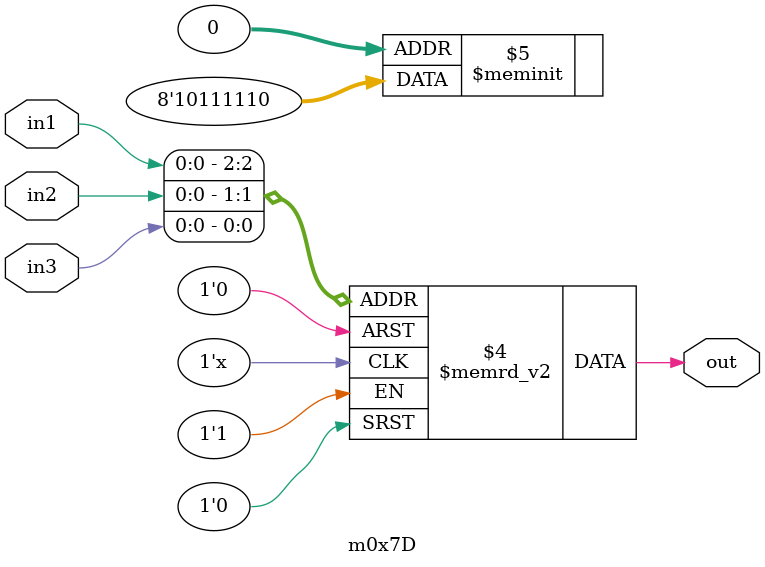
<source format=v>
module m0x7D(output out, input in1, in2, in3);

   always @(in1, in2, in3)
     begin
        case({in1, in2, in3})
          3'b000: {out} = 1'b0;
          3'b001: {out} = 1'b1;
          3'b010: {out} = 1'b1;
          3'b011: {out} = 1'b1;
          3'b100: {out} = 1'b1;
          3'b101: {out} = 1'b1;
          3'b110: {out} = 1'b0;
          3'b111: {out} = 1'b1;
        endcase // case ({in1, in2, in3})
     end // always @ (in1, in2, in3)

endmodule // m0x7D
</source>
